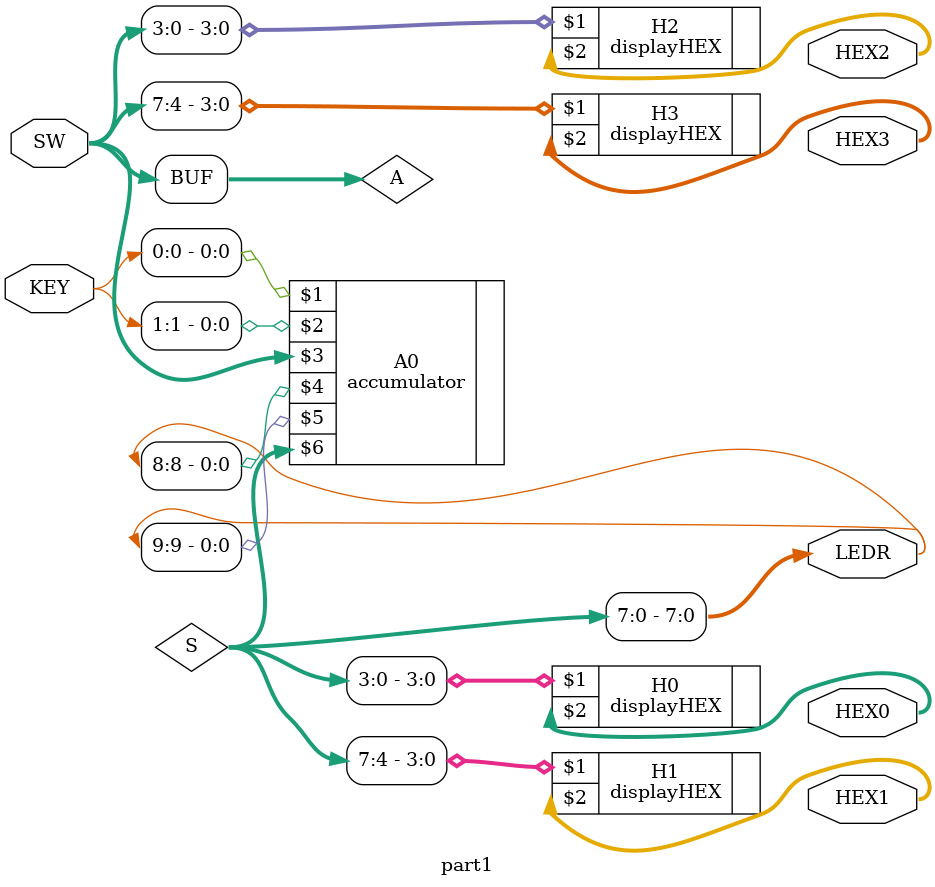
<source format=v>
module part1 (SW, KEY, LEDR, HEX0, HEX1, HEX2, HEX3);

    input [7:0] SW;
    input [1:0] KEY;
    output [9:0] LEDR;
    output [6:0] HEX0, HEX1, HEX2, HEX3;

    wire [7:0] A, S;

    assign A = SW;

    accumulator A0 (KEY[0], KEY[1], A, LEDR[8], LEDR[9], S);

    assign LEDR[7:0] = S;

    displayHEX H0 (S[3:0], HEX0);
    displayHEX H1 (S[7:4], HEX1);
    displayHEX H2 (A[3:0], HEX2);
    displayHEX H3 (A[7:4], HEX3);

endmodule
</source>
